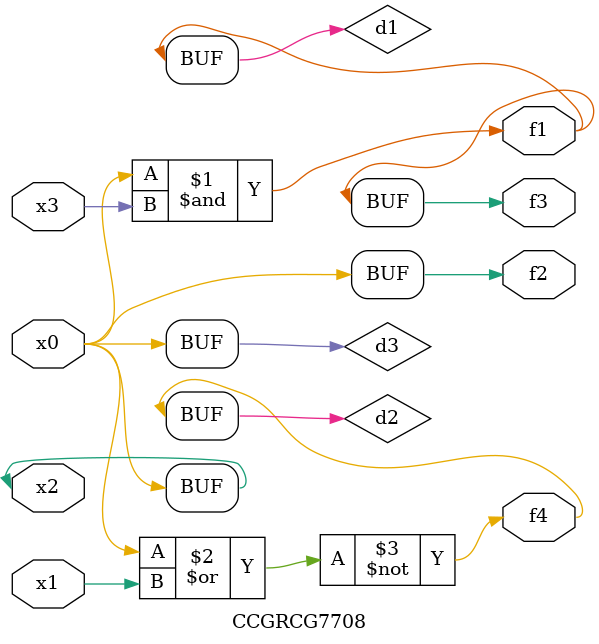
<source format=v>
module CCGRCG7708(
	input x0, x1, x2, x3,
	output f1, f2, f3, f4
);

	wire d1, d2, d3;

	and (d1, x2, x3);
	nor (d2, x0, x1);
	buf (d3, x0, x2);
	assign f1 = d1;
	assign f2 = d3;
	assign f3 = d1;
	assign f4 = d2;
endmodule

</source>
